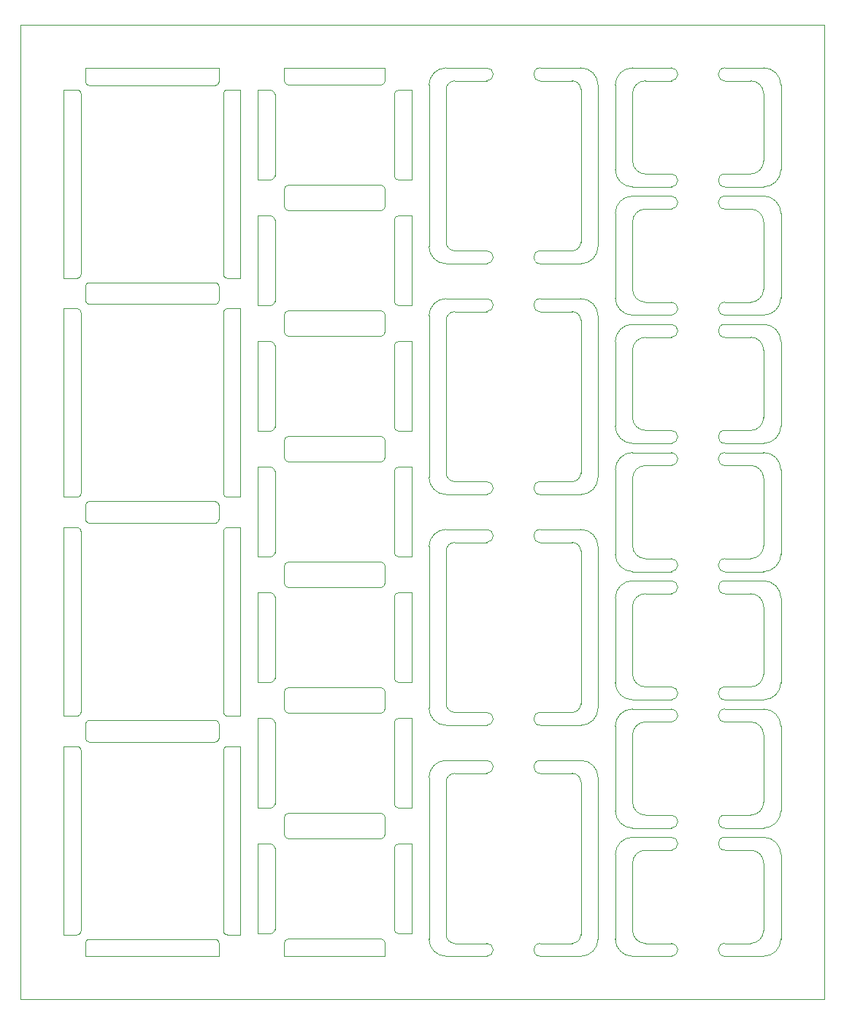
<source format=gbr>
%TF.GenerationSoftware,KiCad,Pcbnew,8.0.4*%
%TF.CreationDate,2024-12-12T16:30:21+01:00*%
%TF.ProjectId,Combined_Module_Panel,436f6d62-696e-4656-945f-4d6f64756c65,rev?*%
%TF.SameCoordinates,Original*%
%TF.FileFunction,Profile,NP*%
%FSLAX46Y46*%
G04 Gerber Fmt 4.6, Leading zero omitted, Abs format (unit mm)*
G04 Created by KiCad (PCBNEW 8.0.4) date 2024-12-12 16:30:21*
%MOMM*%
%LPD*%
G01*
G04 APERTURE LIST*
%TA.AperFunction,Profile*%
%ADD10C,0.050000*%
%TD*%
G04 APERTURE END LIST*
D10*
X93997286Y-94330765D02*
X93947673Y-94340961D01*
X92557000Y-119188000D02*
X91057000Y-119188000D01*
X110083000Y-97344000D02*
X110049675Y-97344641D01*
X127852500Y-101372300D02*
X117168500Y-101372300D01*
X109597930Y-72323318D02*
X109585235Y-72372350D01*
X93710603Y-69109516D02*
X93677612Y-69147947D01*
X109585235Y-68046649D02*
X109597930Y-68095681D01*
X179254162Y-152075000D02*
X86057000Y-152075000D01*
X93624097Y-71185197D02*
X93648677Y-71229482D01*
X115585500Y-129403500D02*
G75*
G02*
X115085500Y-129903500I-500000J0D01*
G01*
X93830349Y-71402173D02*
X93875822Y-71424478D01*
X109575000Y-93317000D02*
X109577565Y-93367584D01*
X93578765Y-145491286D02*
X93573641Y-145541675D01*
X93042069Y-97694318D02*
X93024478Y-97646822D01*
X109901347Y-122746123D02*
X109854802Y-122766097D01*
X128352500Y-132958600D02*
G75*
G02*
X127852500Y-133458600I-500000J0D01*
G01*
X109585235Y-47001350D02*
X109577565Y-47051415D01*
X157054162Y-91680499D02*
G75*
G02*
X158554162Y-90180462I1500038J-1D01*
G01*
X92785197Y-72024097D02*
X92738652Y-72004123D01*
X131435500Y-144465600D02*
X131435500Y-134051600D01*
X129435500Y-47179000D02*
G75*
G02*
X129935500Y-46679000I500000J0D01*
G01*
X108962387Y-94518947D02*
X108929396Y-94480516D01*
X92909483Y-68308396D02*
X92944379Y-68271686D01*
X93054764Y-97743350D02*
X93042069Y-97694318D01*
X92944379Y-72147313D02*
X92909483Y-72110603D01*
X174254162Y-100480499D02*
G75*
G02*
X172254162Y-102480462I-1999962J-1D01*
G01*
X155054162Y-60950833D02*
G75*
G02*
X157054162Y-58950762I2000038J33D01*
G01*
X92829482Y-144483322D02*
X92871052Y-144454387D01*
X115585500Y-71155100D02*
G75*
G02*
X115085500Y-71655100I-500000J0D01*
G01*
X109768947Y-97448612D02*
X109730516Y-97481603D01*
X108831482Y-71389322D02*
X108852634Y-71375381D01*
X109999286Y-144553234D02*
X110049675Y-144558358D01*
X109051038Y-145441673D02*
X109035876Y-145393347D01*
X92557000Y-68446000D02*
X91057000Y-68446000D01*
X93573641Y-94799675D02*
X93573000Y-94833000D01*
X146350081Y-72339301D02*
G75*
G02*
X146350081Y-70839299I19J750001D01*
G01*
X92690326Y-93801038D02*
X92738652Y-93785876D01*
X93573000Y-70957000D02*
X93573000Y-69462000D01*
X108642713Y-122201234D02*
X108692326Y-122191038D01*
X92944379Y-119013686D02*
X92975381Y-118973634D01*
X161554162Y-103545332D02*
X157054162Y-103545332D01*
X157054162Y-69750833D02*
X157054162Y-61950833D01*
X109066358Y-120170675D02*
X109061234Y-120120286D01*
X109061234Y-94749286D02*
X109051038Y-94699673D01*
X113585500Y-104927400D02*
X113585500Y-115341400D01*
X92909483Y-122852603D02*
X92871052Y-122819612D01*
X93787365Y-69043618D02*
X93747313Y-69074620D01*
X161554162Y-132210165D02*
X157054162Y-132210165D01*
X129935500Y-90365300D02*
X131435500Y-90365300D01*
X140150081Y-145575000D02*
X136446000Y-145575000D01*
X135446000Y-126862381D02*
G75*
G02*
X136446000Y-125862300I1000100J-19D01*
G01*
X172254162Y-118410165D02*
X167754162Y-118410165D01*
X108852634Y-69043618D02*
X108809650Y-69016826D01*
X116668500Y-58186000D02*
G75*
G02*
X117168500Y-57686000I500000J0D01*
G01*
X92975381Y-68231634D02*
X93002173Y-68188650D01*
X131435500Y-100779300D02*
X131435500Y-90365300D01*
X110083000Y-46602000D02*
X110049675Y-46602641D01*
X93875822Y-122166478D02*
X93923318Y-122184069D01*
X108764177Y-119736521D02*
X108716681Y-119718930D01*
X108740652Y-122175876D02*
X108787197Y-122155902D01*
X127852500Y-86810200D02*
X117168500Y-86810200D01*
X108831482Y-46018322D02*
X108852634Y-46004381D01*
X170754162Y-71250833D02*
X167754162Y-71250833D01*
X170754162Y-90180499D02*
X167754162Y-90180499D01*
X110049675Y-46602641D02*
X109999286Y-46607765D01*
X109615521Y-68143177D02*
X109637826Y-68188650D01*
X115585500Y-100279300D02*
G75*
G02*
X115085500Y-100779300I-500000J0D01*
G01*
X116668500Y-72748100D02*
G75*
G02*
X117168500Y-72248100I500000J0D01*
G01*
X92690326Y-71988961D02*
X92640713Y-71978765D01*
X86057000Y-39086000D02*
X86057000Y-152075000D01*
X92975381Y-46816365D02*
X92944379Y-46776313D01*
X93747313Y-69074620D02*
X93710603Y-69109516D01*
X109949673Y-46617961D02*
X109901347Y-46633123D01*
X93062434Y-67996584D02*
X93065000Y-67946000D01*
X129935500Y-71655100D02*
G75*
G02*
X129435500Y-71155100I0J500000D01*
G01*
X92944379Y-97518313D02*
X92909483Y-97481603D01*
X128352500Y-145558600D02*
X128352500Y-147075000D01*
X157054162Y-72750833D02*
G75*
G02*
X155054167Y-70750833I38J2000033D01*
G01*
X109637826Y-144301650D02*
X109664618Y-144344634D01*
X109730516Y-97481603D02*
X109695620Y-97518313D01*
X146350081Y-125862382D02*
G75*
G02*
X146350081Y-124362418I19J749982D01*
G01*
X92738652Y-93785876D02*
X92785197Y-93765902D01*
X172254162Y-47086000D02*
X172254162Y-54886000D01*
X146350081Y-147075000D02*
G75*
G02*
X146350081Y-145575000I19J750000D01*
G01*
X109854802Y-144507902D02*
X109901347Y-144527876D01*
X109061234Y-96411713D02*
X109066358Y-96361324D01*
X127852500Y-130496500D02*
G75*
G02*
X128352500Y-130996500I0J-500000D01*
G01*
X116668500Y-101872300D02*
X116668500Y-103834400D01*
X157054162Y-106545332D02*
G75*
G02*
X158554162Y-105045262I1500038J32D01*
G01*
X109637826Y-68188650D02*
X109664618Y-68231634D01*
X172254162Y-91680499D02*
X172254162Y-99480499D01*
X115085500Y-90365300D02*
G75*
G02*
X115585500Y-90865300I0J-500000D01*
G01*
X92785197Y-68394902D02*
X92829482Y-68370322D01*
X93677612Y-119889947D02*
X93648677Y-119931517D01*
X93923318Y-71442069D02*
X93972350Y-71454764D01*
X136446000Y-92051919D02*
G75*
G02*
X135445981Y-91051919I0J1000019D01*
G01*
X161554162Y-102480499D02*
X157054162Y-102480499D01*
X158554162Y-145574998D02*
G75*
G02*
X157054202Y-144074998I38J1499998D01*
G01*
X108809650Y-69016826D02*
X108764177Y-68994521D01*
X109901347Y-119156876D02*
X109949673Y-119172038D01*
X117168500Y-133458600D02*
G75*
G02*
X116668500Y-132958600I0J500000D01*
G01*
X108892686Y-94445620D02*
X108852634Y-94414618D01*
X93624097Y-119975802D02*
X93604123Y-120022347D01*
X128352500Y-147075000D02*
X116668500Y-147075000D01*
X93588961Y-69328673D02*
X93578765Y-69378286D01*
X128352500Y-58186000D02*
X128352500Y-60148100D01*
X172254162Y-88680499D02*
G75*
G02*
X174254201Y-90680499I38J-2000001D01*
G01*
X110083000Y-122715000D02*
X110049675Y-122715641D01*
X109066358Y-45619324D02*
X109067000Y-45586000D01*
X93677612Y-145260947D02*
X93648677Y-145302517D01*
X140150081Y-97592601D02*
G75*
G02*
X140150081Y-99092599I19J-749999D01*
G01*
X116668500Y-101872300D02*
G75*
G02*
X117168500Y-101372300I500000J0D01*
G01*
X109575000Y-67946000D02*
X109577565Y-67996584D01*
X109577565Y-72422415D02*
X109575000Y-72473000D01*
X93002173Y-144301650D02*
X93024478Y-144256177D01*
X92640713Y-93811234D02*
X92690326Y-93801038D01*
X140150081Y-65298619D02*
G75*
G02*
X140150081Y-66798581I19J-749981D01*
G01*
X109999286Y-122720765D02*
X109949673Y-122730961D01*
X93830349Y-122144173D02*
X93875822Y-122166478D01*
X115085500Y-134051600D02*
G75*
G02*
X115585500Y-134551600I0J-500000D01*
G01*
X110083000Y-46602000D02*
X111583000Y-46602000D01*
X110049675Y-119187358D02*
X110083000Y-119188000D01*
X109015902Y-119975802D02*
X108991322Y-119931517D01*
X109664618Y-72187365D02*
X109637826Y-72230349D01*
X170754162Y-105045332D02*
X167754162Y-105045332D01*
X93573000Y-121699000D02*
X93573000Y-120204000D01*
X93787365Y-119785618D02*
X93747313Y-119816620D01*
X92829482Y-72048677D02*
X92785197Y-72024097D01*
X93852802Y-119747097D02*
X93808517Y-119771677D01*
X109035876Y-96509652D02*
X109051038Y-96461326D01*
X161554162Y-88680499D02*
G75*
G02*
X161554162Y-90180501I38J-750001D01*
G01*
X157054162Y-99480499D02*
X157054162Y-91680499D01*
X172254162Y-99480499D02*
G75*
G02*
X170754162Y-100980462I-1499962J-1D01*
G01*
X109810517Y-119112322D02*
X109854802Y-119136902D01*
X161554162Y-58950833D02*
G75*
G02*
X161554162Y-60450767I38J-749967D01*
G01*
X174254162Y-115345332D02*
X174254162Y-105545332D01*
X93747313Y-122086379D02*
X93787365Y-122117381D01*
X109597930Y-144208681D02*
X109615521Y-144256177D01*
X115585500Y-114841400D02*
X115585500Y-105427400D01*
X109768947Y-46706612D02*
X109730516Y-46739603D01*
X93747313Y-45973379D02*
X93787365Y-46004381D01*
X92785197Y-119136902D02*
X92829482Y-119112322D01*
X109664618Y-46816365D02*
X109637826Y-46859349D01*
X93787365Y-96746381D02*
X93830349Y-96773173D01*
X93947673Y-119711961D02*
X93899347Y-119727123D01*
X146350081Y-66798619D02*
X151054162Y-66798619D01*
X93002173Y-68188650D02*
X93024478Y-68143177D01*
X129935500Y-144465600D02*
G75*
G02*
X129435500Y-143965600I0J500000D01*
G01*
X109810517Y-46677677D02*
X109768947Y-46706612D01*
X109015902Y-71185197D02*
X109035876Y-71138652D01*
X161554162Y-71250833D02*
G75*
G02*
X161554162Y-72750767I38J-749967D01*
G01*
X92871052Y-144454387D02*
X92909483Y-144421396D01*
X117168500Y-133458600D02*
X127852500Y-133458600D01*
X135446000Y-120305219D02*
G75*
G02*
X133445981Y-118305219I0J2000019D01*
G01*
X117168500Y-60648100D02*
G75*
G02*
X116668500Y-60148100I0J500000D01*
G01*
X109051038Y-71090326D02*
X109061234Y-71040713D01*
X93573641Y-96361324D02*
X93578765Y-96411713D01*
X93648677Y-96600482D02*
X93677612Y-96642052D01*
X109575000Y-47102000D02*
X109575000Y-67946000D01*
X161554162Y-145574998D02*
X158554162Y-145574998D01*
X109730516Y-46739603D02*
X109695620Y-46776313D01*
X129935500Y-100779300D02*
G75*
G02*
X129435500Y-100279300I0J500000D01*
G01*
X146350081Y-72339301D02*
X150054162Y-72339301D01*
X161554162Y-72750833D02*
X157054162Y-72750833D01*
X93062434Y-93367584D02*
X93065000Y-93317000D01*
X108991322Y-69189517D02*
X108962387Y-69147947D01*
X108962387Y-122013052D02*
X108991322Y-121971482D01*
X109768947Y-93712387D02*
X109810517Y-93741322D01*
X93787365Y-71375381D02*
X93830349Y-71402173D01*
X155054162Y-145074998D02*
X155054162Y-135274998D01*
X179254162Y-39086000D02*
X86057000Y-39086000D01*
X129935500Y-86217200D02*
G75*
G02*
X129435500Y-85717200I0J500000D01*
G01*
X157054162Y-54886000D02*
X157054162Y-47086000D01*
X155054162Y-46086000D02*
G75*
G02*
X157054162Y-44085962I2000038J0D01*
G01*
X115085500Y-134051600D02*
X113585500Y-134051600D01*
X128352500Y-60148100D02*
G75*
G02*
X127852500Y-60648100I-500000J0D01*
G01*
X109066358Y-69428675D02*
X109061234Y-69378286D01*
X113585500Y-90365300D02*
X113585500Y-100779300D01*
X170754162Y-75315666D02*
G75*
G02*
X172254234Y-76815666I38J-1500034D01*
G01*
X92909483Y-72110603D02*
X92871052Y-72077612D01*
X129935500Y-119489500D02*
X131435500Y-119489500D01*
X129935500Y-46679000D02*
X131435500Y-46679000D01*
X157054162Y-136274998D02*
G75*
G02*
X158554162Y-134774962I1500038J-2D01*
G01*
X179254162Y-152075000D02*
X179254162Y-39086000D01*
X93573641Y-120170675D02*
X93573000Y-120204000D01*
X93002173Y-122972349D02*
X92975381Y-122929365D01*
X153054162Y-145075000D02*
X153054162Y-126362381D01*
X92557000Y-144559000D02*
X92590324Y-144558358D01*
X93947673Y-94340961D02*
X93899347Y-94356123D01*
X93747313Y-71344379D02*
X93787365Y-71375381D01*
X133446000Y-99592600D02*
G75*
G02*
X135446000Y-97592600I2000000J0D01*
G01*
X157054162Y-84615666D02*
X157054162Y-76815666D01*
X129935500Y-57093000D02*
X131435500Y-57093000D01*
X92871052Y-68341387D02*
X92909483Y-68308396D01*
X109575000Y-118688000D02*
X109577565Y-118738584D01*
X93062434Y-144109584D02*
X93065000Y-144059000D01*
X93588961Y-121832326D02*
X93604123Y-121880652D01*
X129935500Y-129903500D02*
X131435500Y-129903500D01*
X109061234Y-120120286D02*
X109051038Y-120070673D01*
X93042069Y-72323318D02*
X93024478Y-72275822D01*
X108667649Y-68964235D02*
X108617584Y-68956565D01*
X129435500Y-105427400D02*
X129435500Y-114841400D01*
X92871052Y-97448612D02*
X92829482Y-97419677D01*
X108962387Y-71271052D02*
X108991322Y-71229482D01*
X161554162Y-87615666D02*
X157054162Y-87615666D01*
X129435500Y-134551600D02*
G75*
G02*
X129935500Y-134051600I500000J0D01*
G01*
X161554162Y-147074998D02*
X157054162Y-147074998D01*
X93972350Y-96825764D02*
X94022415Y-96833434D01*
X146350081Y-120305219D02*
X151054162Y-120305219D01*
X109061234Y-71040713D02*
X109066358Y-70990324D01*
X92829482Y-93741322D02*
X92871052Y-93712387D01*
X109067000Y-145575000D02*
X109066358Y-145541675D01*
X93062434Y-123164415D02*
X93054764Y-123114350D01*
X167754162Y-102480499D02*
G75*
G02*
X167754162Y-100980501I38J749999D01*
G01*
X127852500Y-145058600D02*
X117168500Y-145058600D01*
X92785197Y-122766097D02*
X92738652Y-122746123D01*
X92590324Y-144558358D02*
X92640713Y-144553234D01*
X115085500Y-119489500D02*
X113585500Y-119489500D01*
X93899347Y-119727123D02*
X93852802Y-119747097D01*
X109730516Y-68308396D02*
X109768947Y-68341387D01*
X155054162Y-75815666D02*
G75*
G02*
X157054162Y-73815662I2000038J-34D01*
G01*
X115085500Y-100779300D02*
X113585500Y-100779300D01*
X167754162Y-117345332D02*
G75*
G02*
X167754162Y-115845268I38J750032D01*
G01*
X109051038Y-120070673D02*
X109035876Y-120022347D01*
X93710603Y-94480516D02*
X93677612Y-94518947D01*
X167754162Y-134774998D02*
G75*
G02*
X167754162Y-133275002I38J749998D01*
G01*
X92640713Y-68440234D02*
X92690326Y-68430038D01*
X150054162Y-145575000D02*
X146350081Y-145575000D01*
X108962387Y-119889947D02*
X108929396Y-119851516D01*
X161554162Y-86115666D02*
G75*
G02*
X161554162Y-87615734I38J-750034D01*
G01*
X93624097Y-94604802D02*
X93604123Y-94651347D01*
X109854802Y-46653097D02*
X109810517Y-46677677D01*
X93062434Y-72422415D02*
X93054764Y-72372350D01*
X109051038Y-121832326D02*
X109061234Y-121782713D01*
X92640713Y-97349765D02*
X92590324Y-97344641D01*
X93747313Y-145187620D02*
X93710603Y-145222516D01*
X172254162Y-136274998D02*
X172254162Y-144074998D01*
X92738652Y-46633123D02*
X92690326Y-46617961D01*
X161554162Y-145574998D02*
G75*
G02*
X161554162Y-147075002I38J-750002D01*
G01*
X93054764Y-72372350D02*
X93042069Y-72323318D01*
X108929396Y-94480516D02*
X108892686Y-94445620D01*
X135446000Y-147075000D02*
G75*
G02*
X133446000Y-145075000I0J2000000D01*
G01*
X93042069Y-46952318D02*
X93024478Y-46904822D01*
X172254162Y-73815666D02*
G75*
G02*
X174254234Y-75815666I38J-2000034D01*
G01*
X172254162Y-69750833D02*
G75*
G02*
X170754162Y-71250762I-1499962J33D01*
G01*
X109067000Y-145575000D02*
X109067000Y-147075000D01*
X109768947Y-122819612D02*
X109730516Y-122852603D01*
X92557000Y-71973000D02*
X91057000Y-71973000D01*
X109810517Y-144483322D02*
X109854802Y-144507902D01*
X93588961Y-71090326D02*
X93604123Y-71138652D01*
X93054764Y-68046649D02*
X93062434Y-67996584D01*
X93604123Y-69280347D02*
X93588961Y-69328673D01*
X115085500Y-90365300D02*
X113585500Y-90365300D01*
X93588961Y-94699673D02*
X93578765Y-94749286D01*
X93002173Y-118930650D02*
X93024478Y-118885177D01*
X92690326Y-144543038D02*
X92738652Y-144527876D01*
X129935500Y-129903500D02*
G75*
G02*
X129435500Y-129403500I0J500000D01*
G01*
X108892686Y-45973379D02*
X108929396Y-45938483D01*
X109730516Y-144421396D02*
X109768947Y-144454387D01*
X129935500Y-144465600D02*
X131435500Y-144465600D01*
X108592324Y-122206358D02*
X108642713Y-122201234D01*
X110049675Y-97344641D02*
X109999286Y-97349765D01*
X115085500Y-61241100D02*
G75*
G02*
X115585500Y-61741100I0J-500000D01*
G01*
X117168500Y-104334400D02*
X127852500Y-104334400D01*
X146350081Y-120305219D02*
G75*
G02*
X146350081Y-118805181I19J750019D01*
G01*
X92829482Y-68370322D02*
X92871052Y-68341387D01*
X109730516Y-93679396D02*
X109768947Y-93712387D01*
X108567000Y-68954000D02*
X94047675Y-68954641D01*
X155054162Y-115345332D02*
X155054162Y-105545332D01*
X93578765Y-121782713D02*
X93588961Y-121832326D01*
X109015902Y-45814197D02*
X109035876Y-45767652D01*
X111583000Y-68446000D02*
X111583000Y-46602000D01*
X109015902Y-94604802D02*
X108991322Y-94560517D01*
X92557000Y-119188000D02*
X92590324Y-119187358D01*
X111583000Y-119188000D02*
X111583000Y-97344000D01*
X92909483Y-46739603D02*
X92871052Y-46706612D01*
X93947673Y-68969961D02*
X93899347Y-68985123D01*
X109577565Y-67996584D02*
X109585235Y-68046649D01*
X93024478Y-93514177D02*
X93042069Y-93466681D01*
X146350081Y-99092601D02*
X150054162Y-99092601D01*
X91057000Y-119188000D02*
X91057000Y-97344000D01*
X109597930Y-93466681D02*
X109615521Y-93514177D01*
X108787197Y-96784902D02*
X108831482Y-96760322D01*
X167754162Y-132210165D02*
G75*
G02*
X167754162Y-130710235I38J749965D01*
G01*
X155054162Y-135274998D02*
G75*
G02*
X157054162Y-133274962I2000038J-2D01*
G01*
X93624097Y-145346802D02*
X93604123Y-145393347D01*
X109067000Y-120204000D02*
X109066358Y-120170675D01*
X151054162Y-44086000D02*
X146350081Y-44086000D01*
X109015902Y-121927197D02*
X109035876Y-121880652D01*
X128352500Y-116434400D02*
X128352500Y-118396500D01*
X127852500Y-101372300D02*
G75*
G02*
X128352500Y-101872300I0J-500000D01*
G01*
X167754162Y-90180499D02*
G75*
G02*
X167754162Y-88680501I38J749999D01*
G01*
X158554162Y-60450833D02*
X161554162Y-60450833D01*
X93573000Y-45586000D02*
X93573641Y-45619324D01*
X93578765Y-71040713D02*
X93588961Y-71090326D01*
X157054162Y-121410165D02*
G75*
G02*
X158554162Y-119910162I1500038J-35D01*
G01*
X92975381Y-122929365D02*
X92944379Y-122889313D01*
X108642713Y-71459234D02*
X108692326Y-71449038D01*
X129935500Y-86217200D02*
X131435500Y-86217200D01*
X133446000Y-46086000D02*
G75*
G02*
X135446000Y-44086000I2000000J0D01*
G01*
X109066358Y-96361324D02*
X109067000Y-96328000D01*
X93875822Y-96795478D02*
X93923318Y-96813069D01*
X109854802Y-122766097D02*
X109810517Y-122790677D01*
X108852634Y-145156618D02*
X108809650Y-145129826D01*
X108892686Y-71344379D02*
X108929396Y-71309483D01*
X109067000Y-44086000D02*
X93573000Y-44086000D01*
X161554162Y-44086000D02*
X157054162Y-44086000D01*
X153054162Y-91551919D02*
G75*
G02*
X151054162Y-93551862I-1999962J19D01*
G01*
X157054162Y-114345332D02*
X157054162Y-106545332D01*
X111585047Y-144559000D02*
X111585047Y-122715000D01*
X109575000Y-97844000D02*
X109575000Y-118688000D01*
X109585235Y-93417649D02*
X109597930Y-93466681D01*
X109637826Y-93559650D02*
X109664618Y-93602634D01*
X108809650Y-119758826D02*
X108764177Y-119736521D01*
X93588961Y-145441673D02*
X93578765Y-145491286D01*
X170754162Y-45586000D02*
G75*
G02*
X172254200Y-47086000I38J-1500000D01*
G01*
X115085500Y-119489500D02*
G75*
G02*
X115585500Y-119989500I0J-500000D01*
G01*
X94073000Y-96836000D02*
X108592324Y-96835358D01*
X93808517Y-69029677D02*
X93787365Y-69043618D01*
X92640713Y-46607765D02*
X92590324Y-46602641D01*
X109810517Y-72048677D02*
X109768947Y-72077612D01*
X108991322Y-45858482D02*
X109015902Y-45814197D01*
X158554162Y-71250833D02*
G75*
G02*
X157054167Y-69750833I38J1500033D01*
G01*
X140150081Y-72339301D02*
X136446000Y-72339301D01*
X93062434Y-47051415D02*
X93054764Y-47001350D01*
X155054162Y-85615666D02*
X155054162Y-75815666D01*
X135446000Y-73339300D02*
G75*
G02*
X136446000Y-72339300I1000100J-100D01*
G01*
X129935500Y-75803200D02*
X131435500Y-75803200D01*
X108692326Y-71449038D02*
X108740652Y-71433876D01*
X129435500Y-134551600D02*
X129435500Y-143965600D01*
X94073000Y-71465000D02*
X108592324Y-71464358D01*
X108642713Y-96830234D02*
X108692326Y-96820038D01*
X117168500Y-89772300D02*
G75*
G02*
X116668500Y-89272300I0J500000D01*
G01*
X93677612Y-94518947D02*
X93648677Y-94560517D01*
X117168500Y-60648100D02*
X127852500Y-60648100D01*
X109854802Y-97395097D02*
X109810517Y-97419677D01*
X135446000Y-144575000D02*
X135446000Y-126862381D01*
X151054162Y-126862381D02*
X151054162Y-144575000D01*
X146350081Y-93551919D02*
X151054162Y-93551919D01*
X172254162Y-132210165D02*
X167754162Y-132210165D01*
X92557000Y-93817000D02*
X91057000Y-93817000D01*
X109066358Y-121732324D02*
X109067000Y-121699000D01*
X93054764Y-118788649D02*
X93062434Y-118738584D01*
X109597930Y-68095681D02*
X109615521Y-68143177D01*
X146350081Y-147075000D02*
X151054162Y-147075000D01*
X92590324Y-97344641D02*
X92557000Y-97344000D01*
X127852500Y-72248100D02*
G75*
G02*
X128352500Y-72748100I0J-500000D01*
G01*
X109695620Y-68271686D02*
X109730516Y-68308396D01*
X151054162Y-117805219D02*
G75*
G02*
X150054162Y-118805162I-999962J19D01*
G01*
X135446000Y-64298619D02*
X135446000Y-46586000D01*
X109615521Y-46904822D02*
X109597930Y-46952318D01*
X108716681Y-145089930D02*
X108667649Y-145077235D01*
X140150081Y-45586001D02*
X136446000Y-45586001D01*
X92785197Y-46653097D02*
X92738652Y-46633123D01*
X109949673Y-68430038D02*
X109999286Y-68440234D01*
X150054162Y-125862381D02*
G75*
G02*
X151054219Y-126862381I38J-1000019D01*
G01*
X174254162Y-130210165D02*
X174254162Y-120410165D01*
X93573641Y-121732324D02*
X93578765Y-121782713D01*
X93573000Y-45586000D02*
X93573000Y-44091000D01*
X92690326Y-68430038D02*
X92738652Y-68414876D01*
X109585235Y-97743350D02*
X109577565Y-97793415D01*
X161554162Y-58950833D02*
X157054162Y-58950833D01*
X174254162Y-145074998D02*
X174254162Y-135274998D01*
X116668500Y-130996500D02*
G75*
G02*
X117168500Y-130496500I500000J0D01*
G01*
X93899347Y-94356123D02*
X93852802Y-94376097D01*
X93972350Y-122196764D02*
X94022415Y-122204434D01*
X161554162Y-103545332D02*
G75*
G02*
X161554162Y-105045268I38J-749968D01*
G01*
X110085047Y-144559000D02*
X111585047Y-144559000D01*
X92640713Y-119182234D02*
X92690326Y-119172038D01*
X93042069Y-93466681D02*
X93054764Y-93417649D01*
X93710603Y-45938483D02*
X93747313Y-45973379D01*
X158554162Y-56386000D02*
G75*
G02*
X157054200Y-54886000I38J1500000D01*
G01*
X157054162Y-87615666D02*
G75*
G02*
X155054234Y-85615666I38J1999966D01*
G01*
X158554162Y-86115666D02*
G75*
G02*
X157054234Y-84615666I38J1499966D01*
G01*
X92590324Y-93816358D02*
X92640713Y-93811234D01*
X129435500Y-119989500D02*
G75*
G02*
X129935500Y-119489500I500000J0D01*
G01*
X151054162Y-46586000D02*
X151054162Y-64298619D01*
X93024478Y-68143177D02*
X93042069Y-68095681D01*
X151054162Y-97592600D02*
G75*
G02*
X153054200Y-99592600I38J-2000000D01*
G01*
X128352500Y-74710200D02*
G75*
G02*
X127852500Y-75210200I-500000J0D01*
G01*
X93588961Y-45719326D02*
X93604123Y-45767652D01*
X92557000Y-68446000D02*
X92590324Y-68445358D01*
X113585500Y-46679000D02*
X113585500Y-57093000D01*
X110083000Y-68446000D02*
X111583000Y-68446000D01*
X115085500Y-71655100D02*
X113585500Y-71655100D01*
X172254162Y-103545332D02*
X167754162Y-103545332D01*
X109637826Y-118930650D02*
X109664618Y-118973634D01*
X115585500Y-129403500D02*
X115585500Y-119989500D01*
X91057000Y-122715000D02*
X91057000Y-144559000D01*
X129935500Y-100779300D02*
X131435500Y-100779300D01*
X109051038Y-45719326D02*
X109061234Y-45669713D01*
X115585500Y-143965600D02*
G75*
G02*
X115085500Y-144465600I-500000J0D01*
G01*
X92944379Y-144384686D02*
X92975381Y-144344634D01*
X108809650Y-145129826D02*
X108764177Y-145107521D01*
X115085500Y-46679000D02*
X113585500Y-46679000D01*
X110083000Y-93817000D02*
X111583000Y-93817000D01*
X92975381Y-118973634D02*
X93002173Y-118930650D01*
X136446000Y-118805219D02*
G75*
G02*
X135445981Y-117805219I0J1000019D01*
G01*
X170754162Y-119910165D02*
X167754162Y-119910165D01*
X128352500Y-101872300D02*
X128352500Y-103834400D01*
X93578765Y-45669713D02*
X93588961Y-45719326D01*
X133446000Y-72839300D02*
G75*
G02*
X135446000Y-70839300I2000000J0D01*
G01*
X146350081Y-45586001D02*
G75*
G02*
X146350081Y-44085999I19J750001D01*
G01*
X109035876Y-45767652D02*
X109051038Y-45719326D01*
X109585235Y-123114350D02*
X109577565Y-123164415D01*
X161554162Y-57886000D02*
X157054162Y-57886000D01*
X146350081Y-125862382D02*
X150054162Y-125862382D01*
X109015902Y-69233802D02*
X108991322Y-69189517D01*
X167754162Y-75315666D02*
G75*
G02*
X167754162Y-73815734I38J749966D01*
G01*
X109637826Y-97601349D02*
X109615521Y-97646822D01*
X93899347Y-68985123D02*
X93852802Y-69005097D01*
X161554162Y-118410165D02*
X157054162Y-118410165D01*
X93787365Y-122117381D02*
X93830349Y-122144173D01*
X109999286Y-68440234D02*
X110049675Y-68445358D01*
X93677612Y-71271052D02*
X93710603Y-71309483D01*
X93624097Y-96556197D02*
X93648677Y-96600482D01*
X92829482Y-46677677D02*
X92785197Y-46653097D01*
X93002173Y-97601349D02*
X92975381Y-97558365D01*
X109067000Y-147075000D02*
X93573000Y-147075000D01*
X172254162Y-102480499D02*
X167754162Y-102480499D01*
X93852802Y-145118097D02*
X93808517Y-145142677D01*
X93830349Y-46031173D02*
X93875822Y-46053478D01*
X109035876Y-69280347D02*
X109015902Y-69233802D01*
X135446000Y-100092600D02*
G75*
G02*
X136446000Y-99092600I1000100J-100D01*
G01*
X140150081Y-145575000D02*
G75*
G02*
X140150081Y-147075000I19J-750000D01*
G01*
X93648677Y-45858482D02*
X93677612Y-45900052D01*
X172254162Y-88680499D02*
X167754162Y-88680499D01*
X115585500Y-100279300D02*
X115585500Y-90865300D01*
X133446000Y-99592600D02*
X133446000Y-118305219D01*
X109949673Y-122730961D02*
X109901347Y-122746123D01*
X133446000Y-46086000D02*
X133446000Y-64798619D01*
X140150081Y-124362382D02*
X135446000Y-124362382D01*
X93604123Y-145393347D02*
X93588961Y-145441673D01*
X113585500Y-119489500D02*
X113585500Y-129903500D01*
X109901347Y-46633123D02*
X109854802Y-46653097D01*
X108852634Y-122117381D02*
X108892686Y-122086379D01*
X115085500Y-86217200D02*
X113585500Y-86217200D01*
X92785197Y-144507902D02*
X92829482Y-144483322D01*
X92590324Y-119187358D02*
X92640713Y-119182234D01*
X108852634Y-119785618D02*
X108809650Y-119758826D01*
X93787365Y-145156618D02*
X93747313Y-145187620D01*
X135446000Y-66798619D02*
G75*
G02*
X133445981Y-64798619I0J2000019D01*
G01*
X92557000Y-46602000D02*
X91057000Y-46602000D01*
X170754162Y-45586000D02*
X167754162Y-45586000D01*
X115585500Y-85717200D02*
G75*
G02*
X115085500Y-86217200I-500000J0D01*
G01*
X153054162Y-118305219D02*
X153054162Y-99592600D01*
X109577565Y-118738584D02*
X109585235Y-118788649D01*
X93747313Y-94445620D02*
X93710603Y-94480516D01*
X108929396Y-96680483D02*
X108962387Y-96642052D01*
X129935500Y-115341400D02*
X131435500Y-115341400D01*
X135446000Y-46586000D02*
G75*
G02*
X136446000Y-45586000I1000100J-100D01*
G01*
X109067000Y-69462000D02*
X109066358Y-69428675D01*
X93065000Y-47102000D02*
X93062434Y-47051415D01*
X109035876Y-120022347D02*
X109015902Y-119975802D01*
X92590324Y-122715641D02*
X92557000Y-122715000D01*
X150054162Y-72339300D02*
G75*
G02*
X151054200Y-73339300I38J-1000000D01*
G01*
X92738652Y-97375123D02*
X92690326Y-97359961D01*
X140150081Y-44086001D02*
X135446000Y-44086001D01*
X109066358Y-94799675D02*
X109061234Y-94749286D01*
X108929396Y-122051483D02*
X108962387Y-122013052D01*
X115585500Y-56593000D02*
X115585500Y-47179000D01*
X92829482Y-122790677D02*
X92785197Y-122766097D01*
X158554162Y-90180499D02*
X161554162Y-90180499D01*
X128352500Y-87310200D02*
X128352500Y-89272300D01*
X170754162Y-134774998D02*
G75*
G02*
X172254202Y-136274998I38J-1500002D01*
G01*
X94022415Y-46091434D02*
X94073000Y-46094000D01*
X93923318Y-96813069D02*
X93972350Y-96825764D01*
X93710603Y-71309483D02*
X93747313Y-71344379D01*
X150054162Y-65298619D02*
X146350081Y-65298619D01*
X146350081Y-66798619D02*
G75*
G02*
X146350081Y-65298581I19J750019D01*
G01*
X170754162Y-90180499D02*
G75*
G02*
X172254201Y-91680499I38J-1500001D01*
G01*
X109051038Y-94699673D02*
X109035876Y-94651347D01*
X108991322Y-94560517D02*
X108962387Y-94518947D01*
X109949673Y-71988961D02*
X109901347Y-72004123D01*
X109664618Y-93602634D02*
X109695620Y-93642686D01*
X161554162Y-88680499D02*
X157054162Y-88680499D01*
X108991322Y-119931517D02*
X108962387Y-119889947D01*
X92871052Y-119083387D02*
X92909483Y-119050396D01*
X108991322Y-96600482D02*
X109015902Y-96556197D01*
X93573641Y-70990324D02*
X93578765Y-71040713D01*
X161554162Y-100980499D02*
G75*
G02*
X161554162Y-102480501I38J-750001D01*
G01*
X108617584Y-68956565D02*
X108567000Y-68954000D01*
X151054162Y-91051919D02*
G75*
G02*
X150054162Y-92051862I-999962J19D01*
G01*
X140150081Y-70839301D02*
G75*
G02*
X140150081Y-72339299I19J-749999D01*
G01*
X92909483Y-93679396D02*
X92944379Y-93642686D01*
X93054764Y-93417649D02*
X93062434Y-93367584D01*
X92640713Y-144553234D02*
X92690326Y-144543038D01*
X92871052Y-122819612D02*
X92829482Y-122790677D01*
X93573641Y-69428675D02*
X93573000Y-69462000D01*
X140150081Y-118805219D02*
X136446000Y-118805219D01*
X110085047Y-122715000D02*
X111585047Y-122715000D01*
X94022415Y-122204434D02*
X94073000Y-122207000D01*
X92557000Y-144559000D02*
X91057000Y-144559000D01*
X92590324Y-68445358D02*
X92640713Y-68440234D01*
X109854802Y-72024097D02*
X109810517Y-72048677D01*
X146350081Y-45586001D02*
X150054162Y-45586001D01*
X108716681Y-68976930D02*
X108667649Y-68964235D01*
X155054162Y-130210165D02*
X155054162Y-120410165D01*
X135446000Y-91051919D02*
X135446000Y-73339300D01*
X108962387Y-45900052D02*
X108991322Y-45858482D01*
X151054162Y-44086000D02*
G75*
G02*
X153054200Y-46086000I38J-2000000D01*
G01*
X153054162Y-64798619D02*
G75*
G02*
X151054162Y-66798562I-1999962J19D01*
G01*
X92975381Y-93602634D02*
X93002173Y-93559650D01*
X109810517Y-68370322D02*
X109854802Y-68394902D01*
X93747313Y-96715379D02*
X93787365Y-96746381D01*
X109768947Y-72077612D02*
X109730516Y-72110603D01*
X161554162Y-86115666D02*
X158554162Y-86115666D01*
X108787197Y-46042902D02*
X108831482Y-46018322D01*
X151054162Y-70839300D02*
X146350081Y-70839300D01*
X115085500Y-75803200D02*
G75*
G02*
X115585500Y-76303200I0J-500000D01*
G01*
X109901347Y-68414876D02*
X109949673Y-68430038D01*
X108787197Y-122155902D02*
X108831482Y-122131322D01*
X93604123Y-71138652D02*
X93624097Y-71185197D01*
X93604123Y-121880652D02*
X93624097Y-121927197D01*
X92944379Y-122889313D02*
X92909483Y-122852603D01*
X116668500Y-72748100D02*
X116668500Y-74710200D01*
X172254162Y-87615666D02*
X167754162Y-87615666D01*
X92909483Y-144421396D02*
X92944379Y-144384686D01*
X108831482Y-96760322D02*
X108852634Y-96746381D01*
X93024478Y-118885177D02*
X93042069Y-118837681D01*
X167754162Y-119910165D02*
G75*
G02*
X167754162Y-118410235I38J749965D01*
G01*
X109637826Y-72230349D02*
X109615521Y-72275822D01*
X108667649Y-145077235D02*
X108617584Y-145069565D01*
X108764177Y-145107521D02*
X108716681Y-145089930D01*
X108764177Y-94365521D02*
X108716681Y-94347930D01*
X109949673Y-93801038D02*
X109999286Y-93811234D01*
X108852634Y-96746381D02*
X108892686Y-96715379D01*
X109597930Y-118837681D02*
X109615521Y-118885177D01*
X109067000Y-70957000D02*
X109067000Y-69462000D01*
X117168500Y-89772300D02*
X127852500Y-89772300D01*
X157054162Y-147074998D02*
G75*
G02*
X155054202Y-145074998I38J1999998D01*
G01*
X93997286Y-68959765D02*
X93947673Y-68969961D01*
X128352500Y-45586000D02*
G75*
G02*
X127852500Y-46086000I-500000J0D01*
G01*
X92944379Y-68271686D02*
X92975381Y-68231634D01*
X172254162Y-133274998D02*
G75*
G02*
X174254202Y-135274998I38J-2000002D01*
G01*
X110083000Y-119188000D02*
X111583000Y-119188000D01*
X128352500Y-72748100D02*
X128352500Y-74710200D01*
X115085500Y-144465600D02*
X113585500Y-144465600D01*
X92944379Y-93642686D02*
X92975381Y-93602634D01*
X140150081Y-92051919D02*
G75*
G02*
X140150081Y-93551881I19J-749981D01*
G01*
X93002173Y-46859349D02*
X92975381Y-46816365D01*
X151054162Y-64298619D02*
G75*
G02*
X150054162Y-65298562I-999962J19D01*
G01*
X116668500Y-116434400D02*
X116668500Y-118396500D01*
X108592324Y-46093358D02*
X108642713Y-46088234D01*
X174254162Y-85615666D02*
G75*
G02*
X172254162Y-87615662I-1999962J-34D01*
G01*
X172254162Y-103545332D02*
G75*
G02*
X174254168Y-105545332I38J-1999968D01*
G01*
X157054162Y-129210165D02*
X157054162Y-121410165D01*
X172254162Y-72750833D02*
X167754162Y-72750833D01*
X140150081Y-120305219D02*
X135446000Y-120305219D01*
X92590324Y-46602641D02*
X92557000Y-46602000D01*
X161554162Y-133274998D02*
X157054162Y-133274998D01*
X93578765Y-96411713D02*
X93588961Y-96461326D01*
X109577565Y-47051415D02*
X109575000Y-47102000D01*
X93947673Y-145082961D02*
X93899347Y-145098123D01*
X93997286Y-119701765D02*
X93947673Y-119711961D01*
X161554162Y-133274998D02*
G75*
G02*
X161554162Y-134775002I38J-750002D01*
G01*
X92738652Y-144527876D02*
X92785197Y-144507902D01*
X128352500Y-89272300D02*
G75*
G02*
X127852500Y-89772300I-500000J0D01*
G01*
X94047675Y-119696641D02*
X93997286Y-119701765D01*
X127852500Y-115934400D02*
X117168500Y-115934400D01*
X146350081Y-93551919D02*
G75*
G02*
X146350081Y-92051881I19J750019D01*
G01*
X116668500Y-145558600D02*
G75*
G02*
X117168500Y-145058600I500000J0D01*
G01*
X170754162Y-119910165D02*
G75*
G02*
X172254235Y-121410165I38J-1500035D01*
G01*
X92557000Y-122715000D02*
X91057000Y-122715000D01*
X108692326Y-122191038D02*
X108740652Y-122175876D01*
X93972350Y-71454764D02*
X94022415Y-71462434D01*
X93024478Y-72275822D02*
X93002173Y-72230349D01*
X108787197Y-71413902D02*
X108831482Y-71389322D01*
X109067000Y-96328000D02*
X109067000Y-94833000D01*
X174254162Y-55886000D02*
X174254162Y-46086000D01*
X140150081Y-147075000D02*
X135446000Y-147075000D01*
X92829482Y-119112322D02*
X92871052Y-119083387D01*
X93065000Y-97844000D02*
X93062434Y-97793415D01*
X93573641Y-45619324D02*
X93578765Y-45669713D01*
X93065000Y-123215000D02*
X93062434Y-123164415D01*
X91057000Y-68446000D02*
X91057000Y-46602000D01*
X129435500Y-76303200D02*
G75*
G02*
X129935500Y-75803200I500000J0D01*
G01*
X158554162Y-130710165D02*
G75*
G02*
X157054235Y-129210165I38J1499965D01*
G01*
X174254162Y-115345332D02*
G75*
G02*
X172254162Y-117345262I-1999962J32D01*
G01*
X167754162Y-57886000D02*
G75*
G02*
X167754162Y-56386000I38J750000D01*
G01*
X115085500Y-104927400D02*
X113585500Y-104927400D01*
X108929396Y-71309483D02*
X108962387Y-71271052D01*
X92829482Y-97419677D02*
X92785197Y-97395097D01*
X93648677Y-145302517D02*
X93624097Y-145346802D01*
X92690326Y-122730961D02*
X92640713Y-122720765D01*
X92909483Y-97481603D02*
X92871052Y-97448612D01*
X161554162Y-115845332D02*
X158554162Y-115845332D01*
X127852500Y-115934400D02*
G75*
G02*
X128352500Y-116434400I0J-500000D01*
G01*
X93808517Y-119771677D02*
X93787365Y-119785618D01*
X172254162Y-147074998D02*
X167754162Y-147074998D01*
X94022415Y-71462434D02*
X94073000Y-71465000D01*
X129435500Y-90865300D02*
X129435500Y-100279300D01*
X129435500Y-61741100D02*
X129435500Y-71155100D01*
X93787365Y-94414618D02*
X93747313Y-94445620D01*
X157054162Y-47086000D02*
G75*
G02*
X158554162Y-45585962I1500038J0D01*
G01*
X94073000Y-122207000D02*
X108592324Y-122206358D01*
X109949673Y-97359961D02*
X109901347Y-97375123D01*
X161554162Y-117345332D02*
X157054162Y-117345332D01*
X93710603Y-96680483D02*
X93747313Y-96715379D01*
X109901347Y-144527876D02*
X109949673Y-144543038D01*
X109664618Y-97558365D02*
X109637826Y-97601349D01*
X92909483Y-119050396D02*
X92944379Y-119013686D01*
X110049675Y-71973641D02*
X109999286Y-71978765D01*
X93923318Y-46071069D02*
X93972350Y-46083764D01*
X93054764Y-144159649D02*
X93062434Y-144109584D01*
X151054162Y-124362381D02*
G75*
G02*
X153054219Y-126362381I38J-2000019D01*
G01*
X93042069Y-118837681D02*
X93054764Y-118788649D01*
X108929396Y-45938483D02*
X108962387Y-45900052D01*
X108962387Y-69147947D02*
X108929396Y-69109516D01*
X108740652Y-71433876D02*
X108787197Y-71413902D01*
X115085500Y-115341400D02*
X113585500Y-115341400D01*
X109585235Y-144159649D02*
X109597930Y-144208681D01*
X146350081Y-99092601D02*
G75*
G02*
X146350081Y-97592599I19J750001D01*
G01*
X172254162Y-117345332D02*
X167754162Y-117345332D01*
X131435500Y-129903500D02*
X131435500Y-119489500D01*
X93852802Y-94376097D02*
X93808517Y-94400677D01*
X161554162Y-71250833D02*
X158554162Y-71250833D01*
X110049675Y-144558358D02*
X110083000Y-144559000D01*
X172254162Y-144074998D02*
G75*
G02*
X170754162Y-145574962I-1499962J-2D01*
G01*
X109695620Y-46776313D02*
X109664618Y-46816365D01*
X129935500Y-115341400D02*
G75*
G02*
X129435500Y-114841400I0J500000D01*
G01*
X129435500Y-105427400D02*
G75*
G02*
X129935500Y-104927400I500000J0D01*
G01*
X93787365Y-46004381D02*
X93830349Y-46031173D01*
X93573000Y-70957000D02*
X93573641Y-70990324D01*
X108567000Y-94325000D02*
X94047675Y-94325641D01*
X109577565Y-97793415D02*
X109575000Y-97844000D01*
X93578765Y-69378286D02*
X93573641Y-69428675D01*
X110083000Y-71973000D02*
X110049675Y-71973641D01*
X93054764Y-47001350D02*
X93042069Y-46952318D01*
X109577565Y-123164415D02*
X109575000Y-123215000D01*
X167754162Y-87615666D02*
G75*
G02*
X167754162Y-86115734I38J749966D01*
G01*
X151054162Y-144575000D02*
G75*
G02*
X150054162Y-145574962I-999962J0D01*
G01*
X133446000Y-126362381D02*
G75*
G02*
X135446000Y-124362400I2000000J-19D01*
G01*
X140150081Y-118805219D02*
G75*
G02*
X140150081Y-120305181I19J-749981D01*
G01*
X109810517Y-122790677D02*
X109768947Y-122819612D01*
X129435500Y-76303200D02*
X129435500Y-85717200D01*
X108892686Y-145187620D02*
X108852634Y-145156618D01*
X109585235Y-72372350D02*
X109577565Y-72422415D01*
X108809650Y-94387826D02*
X108764177Y-94365521D01*
X92640713Y-122720765D02*
X92590324Y-122715641D01*
X109999286Y-71978765D02*
X109949673Y-71988961D01*
X108764177Y-68994521D02*
X108716681Y-68976930D01*
X108892686Y-122086379D02*
X108929396Y-122051483D01*
X172254162Y-58950833D02*
X167754162Y-58950833D01*
X172254162Y-129210165D02*
G75*
G02*
X170754162Y-130710162I-1499962J-35D01*
G01*
X92785197Y-97395097D02*
X92738652Y-97375123D01*
X93677612Y-45900052D02*
X93710603Y-45938483D01*
X109015902Y-96556197D02*
X109035876Y-96509652D01*
X93624097Y-121927197D02*
X93648677Y-121971482D01*
X155054162Y-120410165D02*
G75*
G02*
X157054162Y-118410162I2000038J-35D01*
G01*
X109695620Y-122889313D02*
X109664618Y-122929365D01*
X170754162Y-105045332D02*
G75*
G02*
X172254168Y-106545332I38J-1499968D01*
G01*
X155054162Y-105545332D02*
G75*
G02*
X157054162Y-103545262I2000038J32D01*
G01*
X109061234Y-145491286D02*
X109051038Y-145441673D01*
X108567000Y-119696000D02*
X94047675Y-119696641D01*
X150054162Y-99092600D02*
G75*
G02*
X151054200Y-100092600I38J-1000000D01*
G01*
X108852634Y-71375381D02*
X108892686Y-71344379D01*
X140150081Y-70839301D02*
X135446000Y-70839301D01*
X117168500Y-104334400D02*
G75*
G02*
X116668500Y-103834400I0J500000D01*
G01*
X161554162Y-73815666D02*
G75*
G02*
X161554162Y-75315734I38J-750034D01*
G01*
X93648677Y-119931517D02*
X93624097Y-119975802D01*
X170754162Y-145574998D02*
X167754162Y-145574998D01*
X109637826Y-46859349D02*
X109615521Y-46904822D01*
X109901347Y-72004123D02*
X109854802Y-72024097D01*
X109585235Y-118788649D02*
X109597930Y-118837681D01*
X110049675Y-122715641D02*
X109999286Y-122720765D01*
X140150081Y-99092601D02*
X136446000Y-99092601D01*
X108929396Y-69109516D02*
X108892686Y-69074620D01*
X109035876Y-145393347D02*
X109015902Y-145346802D01*
X94022415Y-96833434D02*
X94073000Y-96836000D01*
X115085500Y-104927400D02*
G75*
G02*
X115585500Y-105427400I0J-500000D01*
G01*
X109577565Y-93367584D02*
X109585235Y-93417649D01*
X108740652Y-46062876D02*
X108787197Y-46042902D01*
X109597930Y-123065318D02*
X109585235Y-123114350D01*
X109597930Y-97694318D02*
X109585235Y-97743350D01*
X140150081Y-65298619D02*
X136446000Y-65298619D01*
X109615521Y-123017822D02*
X109597930Y-123065318D01*
X136446000Y-65298619D02*
G75*
G02*
X135445981Y-64298619I0J1000019D01*
G01*
X93054764Y-123114350D02*
X93042069Y-123065318D01*
X128352500Y-45586000D02*
X128352500Y-44086000D01*
X93042069Y-68095681D02*
X93054764Y-68046649D01*
X109854802Y-68394902D02*
X109901347Y-68414876D01*
X93065000Y-67946000D02*
X93065000Y-47102000D01*
X93024478Y-123017822D02*
X93002173Y-122972349D01*
X92640713Y-71978765D02*
X92590324Y-71973641D01*
X127852500Y-72248100D02*
X117168500Y-72248100D01*
X93747313Y-119816620D02*
X93710603Y-119851516D01*
X155054162Y-90680499D02*
G75*
G02*
X157054162Y-88680462I2000038J-1D01*
G01*
X172254162Y-76815666D02*
X172254162Y-84615666D01*
X93997286Y-145072765D02*
X93947673Y-145082961D01*
X93648677Y-71229482D02*
X93677612Y-71271052D01*
X129935500Y-134051600D02*
X131435500Y-134051600D01*
X155054162Y-70750833D02*
X155054162Y-60950833D01*
X93065000Y-93317000D02*
X93065000Y-72473000D01*
X93578765Y-120120286D02*
X93573641Y-120170675D01*
X109597930Y-46952318D02*
X109585235Y-47001350D01*
X93875822Y-71424478D02*
X93923318Y-71442069D01*
X91057000Y-93817000D02*
X91057000Y-71973000D01*
X93065000Y-118688000D02*
X93065000Y-97844000D01*
X108642713Y-46088234D02*
X108692326Y-46078038D01*
X109664618Y-68231634D02*
X109695620Y-68271686D01*
X153054162Y-118305219D02*
G75*
G02*
X151054162Y-120305162I-1999962J19D01*
G01*
X117168500Y-118896500D02*
X127852500Y-118896500D01*
X172254162Y-73815666D02*
X167754162Y-73815666D01*
X92975381Y-97558365D02*
X92944379Y-97518313D01*
X161554162Y-130710165D02*
X158554162Y-130710165D01*
X92975381Y-72187365D02*
X92944379Y-72147313D01*
X109067000Y-45586000D02*
X109067000Y-44086000D01*
X129935500Y-104927400D02*
X131435500Y-104927400D01*
X109575000Y-144059000D02*
X109577565Y-144109584D01*
X93065000Y-144059000D02*
X93065000Y-123215000D01*
X109615521Y-144256177D02*
X109637826Y-144301650D01*
X93065000Y-72473000D02*
X93062434Y-72422415D01*
X109949673Y-119172038D02*
X109999286Y-119182234D01*
X108991322Y-145302517D02*
X108962387Y-145260947D01*
X94073000Y-46094000D02*
X108592324Y-46093358D01*
X158554162Y-105045332D02*
X161554162Y-105045332D01*
X92975381Y-144344634D02*
X93002173Y-144301650D01*
X161554162Y-73815666D02*
X157054162Y-73815666D01*
X92690326Y-97359961D02*
X92640713Y-97349765D01*
X172254162Y-133274998D02*
X167754162Y-133274998D01*
X93573000Y-96328000D02*
X93573641Y-96361324D01*
X109615521Y-72275822D02*
X109597930Y-72323318D01*
X131435500Y-57093000D02*
X131435500Y-46679000D01*
X93648677Y-69189517D02*
X93624097Y-69233802D01*
X174254162Y-70750833D02*
X174254162Y-60950833D01*
X157054162Y-102480499D02*
G75*
G02*
X155054201Y-100480499I38J1999999D01*
G01*
X92871052Y-93712387D02*
X92909483Y-93679396D01*
X108991322Y-121971482D02*
X109015902Y-121927197D01*
X115085500Y-57093000D02*
X113585500Y-57093000D01*
X108929396Y-145222516D02*
X108892686Y-145187620D01*
X108716681Y-94347930D02*
X108667649Y-94335235D01*
X109051038Y-96461326D02*
X109061234Y-96411713D01*
X167754162Y-105045332D02*
G75*
G02*
X167754162Y-103545268I38J750032D01*
G01*
X115585500Y-71155100D02*
X115585500Y-61741100D01*
X153054162Y-91551919D02*
X153054162Y-72839300D01*
X128352500Y-44086000D02*
X116668500Y-44086000D01*
X140150081Y-124362382D02*
G75*
G02*
X140150081Y-125862418I19J-750018D01*
G01*
X153054162Y-145075000D02*
G75*
G02*
X151054162Y-147074962I-1999962J0D01*
G01*
X151054162Y-97592600D02*
X146350081Y-97592600D01*
X93808517Y-145142677D02*
X93787365Y-145156618D01*
X108567000Y-145067000D02*
X94047675Y-145067641D01*
X157054162Y-76815666D02*
G75*
G02*
X158554162Y-75315662I1500038J-34D01*
G01*
X129435500Y-61741100D02*
G75*
G02*
X129935500Y-61241100I500000J0D01*
G01*
X167754162Y-72750833D02*
G75*
G02*
X167754162Y-71250767I38J750033D01*
G01*
X93710603Y-119851516D02*
X93677612Y-119889947D01*
X116668500Y-145558600D02*
X116668500Y-147075000D01*
X109695620Y-72147313D02*
X109664618Y-72187365D01*
X115085500Y-61241100D02*
X113585500Y-61241100D01*
X108692326Y-46078038D02*
X108740652Y-46062876D01*
X93604123Y-94651347D02*
X93588961Y-94699673D01*
X93002173Y-72230349D02*
X92975381Y-72187365D01*
X109664618Y-144344634D02*
X109695620Y-144384686D01*
X109615521Y-118885177D02*
X109637826Y-118930650D01*
X172254162Y-121410165D02*
X172254162Y-129210165D01*
X172254162Y-54886000D02*
G75*
G02*
X170754162Y-56385962I-1499962J0D01*
G01*
X93588961Y-96461326D02*
X93604123Y-96509652D01*
X128352500Y-118396500D02*
G75*
G02*
X127852500Y-118896500I-500000J0D01*
G01*
X140150081Y-125862382D02*
X136446000Y-125862382D01*
X108852634Y-46004381D02*
X108892686Y-45973379D01*
X129935500Y-57093000D02*
G75*
G02*
X129435500Y-56593000I0J500000D01*
G01*
X109810517Y-93741322D02*
X109854802Y-93765902D01*
X109768947Y-119083387D02*
X109810517Y-119112322D01*
X109067000Y-121699000D02*
X109067000Y-120204000D01*
X113585500Y-61241100D02*
X113585500Y-71655100D01*
X92557000Y-93817000D02*
X92590324Y-93816358D01*
X109615521Y-97646822D02*
X109597930Y-97694318D01*
X109615521Y-93514177D02*
X109637826Y-93559650D01*
X129935500Y-61241100D02*
X131435500Y-61241100D01*
X92785197Y-93765902D02*
X92829482Y-93741322D01*
X127852500Y-57686000D02*
G75*
G02*
X128352500Y-58186000I0J-500000D01*
G01*
X115085500Y-75803200D02*
X113585500Y-75803200D01*
X109999286Y-97349765D02*
X109949673Y-97359961D01*
X135446000Y-93551919D02*
G75*
G02*
X133445981Y-91551919I0J2000019D01*
G01*
X161554162Y-115845332D02*
G75*
G02*
X161554162Y-117345268I38J-749968D01*
G01*
X92871052Y-46706612D02*
X92829482Y-46677677D01*
X127852500Y-130496500D02*
X117168500Y-130496500D01*
X109664618Y-122929365D02*
X109637826Y-122972349D01*
X131435500Y-86217200D02*
X131435500Y-75803200D01*
X128352500Y-103834400D02*
G75*
G02*
X127852500Y-104334400I-500000J0D01*
G01*
X140150081Y-97592601D02*
X135446000Y-97592601D01*
X109999286Y-119182234D02*
X110049675Y-119187358D01*
X108962387Y-145260947D02*
X108929396Y-145222516D01*
X109730516Y-72110603D02*
X109695620Y-72147313D01*
X92944379Y-46776313D02*
X92909483Y-46739603D01*
X172254162Y-44086000D02*
X167754162Y-44086000D01*
X109051038Y-69328673D02*
X109035876Y-69280347D01*
X151054162Y-124362381D02*
X146350081Y-124362381D01*
X109577565Y-144109584D02*
X109585235Y-144159649D01*
X161554162Y-56386000D02*
X158554162Y-56386000D01*
X113585500Y-134051600D02*
X113585500Y-144465600D01*
X158554162Y-100980499D02*
G75*
G02*
X157054201Y-99480499I38J1499999D01*
G01*
X108740652Y-96804876D02*
X108787197Y-96784902D01*
X133446000Y-126362381D02*
X133446000Y-145075000D01*
X116668500Y-87310200D02*
X116668500Y-89272300D01*
X93648677Y-121971482D02*
X93677612Y-122013052D01*
X94047675Y-68954641D02*
X93997286Y-68959765D01*
X136446000Y-145575000D02*
G75*
G02*
X135446000Y-144575000I0J1000000D01*
G01*
X92738652Y-122746123D02*
X92690326Y-122730961D01*
X92590324Y-71973641D02*
X92557000Y-71973000D01*
X117168500Y-75210200D02*
G75*
G02*
X116668500Y-74710200I0J500000D01*
G01*
X150054162Y-118805219D02*
X146350081Y-118805219D01*
X117168500Y-46086000D02*
G75*
G02*
X116668500Y-45586000I0J500000D01*
G01*
X93024478Y-144256177D02*
X93042069Y-144208681D01*
X170754162Y-60450833D02*
X167754162Y-60450833D01*
X140150081Y-44086001D02*
G75*
G02*
X140150081Y-45585999I19J-749999D01*
G01*
X109061234Y-45669713D02*
X109066358Y-45619324D01*
X128352500Y-130996500D02*
X128352500Y-132958600D01*
X109854802Y-119136902D02*
X109901347Y-119156876D01*
X93972350Y-46083764D02*
X94022415Y-46091434D01*
X170754162Y-100980499D02*
X167754162Y-100980499D01*
X92738652Y-68414876D02*
X92785197Y-68394902D01*
X170754162Y-86115666D02*
X167754162Y-86115666D01*
X92557000Y-97344000D02*
X91057000Y-97344000D01*
X109637826Y-122972349D02*
X109615521Y-123017822D01*
X116668500Y-87310200D02*
G75*
G02*
X117168500Y-86810200I500000J0D01*
G01*
X172254162Y-57886000D02*
X167754162Y-57886000D01*
X172254162Y-114345332D02*
G75*
G02*
X170754162Y-115845262I-1499962J32D01*
G01*
X93624097Y-69233802D02*
X93604123Y-69280347D01*
X109061234Y-121782713D02*
X109066358Y-121732324D01*
X93648677Y-94560517D02*
X93624097Y-94604802D01*
X174254162Y-100480499D02*
X174254162Y-90680499D01*
X93042069Y-123065318D02*
X93024478Y-123017822D01*
X108667649Y-119706235D02*
X108617584Y-119698565D01*
X161554162Y-130710165D02*
G75*
G02*
X161554162Y-132210235I38J-750035D01*
G01*
X117168500Y-118896500D02*
G75*
G02*
X116668500Y-118396500I0J500000D01*
G01*
X109768947Y-144454387D02*
X109810517Y-144483322D01*
X93604123Y-120022347D02*
X93588961Y-120070673D01*
X161554162Y-56386000D02*
G75*
G02*
X161554162Y-57886000I38J-750000D01*
G01*
X93677612Y-96642052D02*
X93710603Y-96680483D01*
X93710603Y-122051483D02*
X93747313Y-122086379D01*
X129435500Y-90865300D02*
G75*
G02*
X129935500Y-90365300I500000J0D01*
G01*
X129935500Y-71655100D02*
X131435500Y-71655100D01*
X158554162Y-119910165D02*
X161554162Y-119910165D01*
X93062434Y-97793415D02*
X93054764Y-97743350D01*
X170754162Y-60450833D02*
G75*
G02*
X172254167Y-61950833I38J-1499967D01*
G01*
X157054162Y-57886000D02*
G75*
G02*
X155054200Y-55886000I38J2000000D01*
G01*
X167754162Y-45586000D02*
G75*
G02*
X167754162Y-44086000I38J750000D01*
G01*
X108617584Y-119698565D02*
X108567000Y-119696000D01*
X109999286Y-46607765D02*
X109949673Y-46617961D01*
X155054162Y-55886000D02*
X155054162Y-46086000D01*
X93808517Y-94400677D02*
X93787365Y-94414618D01*
X111583000Y-93817000D02*
X111583000Y-71973000D01*
X92871052Y-72077612D02*
X92829482Y-72048677D01*
X109575000Y-123215000D02*
X109575000Y-144059000D01*
X113585500Y-75803200D02*
X113585500Y-86217200D01*
X170754162Y-134774998D02*
X167754162Y-134774998D01*
X151054162Y-73339300D02*
X151054162Y-91051919D01*
X151054162Y-70839300D02*
G75*
G02*
X153054200Y-72839300I38J-2000000D01*
G01*
X153054162Y-64798619D02*
X153054162Y-46086000D01*
X167754162Y-147074998D02*
G75*
G02*
X167754162Y-145575002I38J749998D01*
G01*
X174254162Y-130210165D02*
G75*
G02*
X172254162Y-132210162I-1999962J-35D01*
G01*
X157054162Y-61950833D02*
G75*
G02*
X158554162Y-60450762I1500038J33D01*
G01*
X109695620Y-93642686D02*
X109730516Y-93679396D01*
X131435500Y-71655100D02*
X131435500Y-61241100D01*
X109854802Y-93765902D02*
X109901347Y-93785876D01*
X109695620Y-119013686D02*
X109730516Y-119050396D01*
X93677612Y-122013052D02*
X93710603Y-122051483D01*
X108592324Y-96835358D02*
X108642713Y-96830234D01*
X140150081Y-66798619D02*
X135446000Y-66798619D01*
X92690326Y-119172038D02*
X92738652Y-119156876D01*
X108991322Y-71229482D02*
X109015902Y-71185197D01*
X115585500Y-85717200D02*
X115585500Y-76303200D01*
X150054162Y-92051919D02*
X146350081Y-92051919D01*
X170754162Y-115845332D02*
X167754162Y-115845332D01*
X93852802Y-69005097D02*
X93808517Y-69029677D01*
X109061234Y-69378286D02*
X109051038Y-69328673D01*
X109035876Y-71138652D02*
X109051038Y-71090326D01*
X93899347Y-145098123D02*
X93852802Y-145118097D01*
X109066358Y-70990324D02*
X109067000Y-70957000D01*
X172254162Y-106545332D02*
X172254162Y-114345332D01*
X161554162Y-100980499D02*
X158554162Y-100980499D01*
X170754162Y-75315666D02*
X167754162Y-75315666D01*
X109999286Y-93811234D02*
X110049675Y-93816358D01*
X115085500Y-129903500D02*
X113585500Y-129903500D01*
X158554162Y-75315666D02*
X161554162Y-75315666D01*
X140150081Y-92051919D02*
X136446000Y-92051919D01*
X109035876Y-121880652D02*
X109051038Y-121832326D01*
X93923318Y-122184069D02*
X93972350Y-122196764D01*
X170754162Y-130710165D02*
X167754162Y-130710165D01*
X108617584Y-145069565D02*
X108567000Y-145067000D01*
X155054162Y-100480499D02*
X155054162Y-90680499D01*
X93573000Y-96328000D02*
X93573000Y-94833000D01*
X93062434Y-118738584D02*
X93065000Y-118688000D01*
X157054162Y-117345332D02*
G75*
G02*
X155054168Y-115345332I38J2000032D01*
G01*
X115585500Y-143965600D02*
X115585500Y-134551600D01*
X108892686Y-69074620D02*
X108852634Y-69043618D01*
X93042069Y-144208681D02*
X93054764Y-144159649D01*
X93573641Y-145541675D02*
X93573000Y-145575000D01*
X109810517Y-97419677D02*
X109768947Y-97448612D01*
X108831482Y-122131322D02*
X108852634Y-122117381D01*
X93604123Y-45767652D02*
X93624097Y-45814197D01*
X109695620Y-144384686D02*
X109730516Y-144421396D01*
X174254162Y-70750833D02*
G75*
G02*
X172254162Y-72750762I-1999962J33D01*
G01*
X110049675Y-93816358D02*
X110083000Y-93817000D01*
X115085500Y-46679000D02*
G75*
G02*
X115585500Y-47179000I0J-500000D01*
G01*
X109067000Y-94833000D02*
X109066358Y-94799675D01*
X116668500Y-116434400D02*
G75*
G02*
X117168500Y-115934400I500000J0D01*
G01*
X108617584Y-94327565D02*
X108567000Y-94325000D01*
X93578765Y-94749286D02*
X93573641Y-94799675D01*
X93573000Y-145575000D02*
X93573000Y-147075000D01*
X172254162Y-84615666D02*
G75*
G02*
X170754162Y-86115662I-1499962J-34D01*
G01*
X108929396Y-119851516D02*
X108892686Y-119816620D01*
X109901347Y-93785876D02*
X109949673Y-93801038D01*
X150054162Y-45586000D02*
G75*
G02*
X151054200Y-46586000I38J-1000000D01*
G01*
X93024478Y-46904822D02*
X93002173Y-46859349D01*
X109901347Y-97375123D02*
X109854802Y-97395097D01*
X127852500Y-145058600D02*
G75*
G02*
X128352500Y-145558600I0J-500000D01*
G01*
X93875822Y-46053478D02*
X93923318Y-46071069D01*
X158554162Y-134774998D02*
X161554162Y-134774998D01*
X129435500Y-119989500D02*
X129435500Y-129403500D01*
X109730516Y-122852603D02*
X109695620Y-122889313D01*
X93830349Y-96773173D02*
X93875822Y-96795478D01*
X109575000Y-72473000D02*
X109575000Y-93317000D01*
X108962387Y-96642052D02*
X108991322Y-96600482D01*
X93573000Y-121699000D02*
X93573641Y-121732324D01*
X93624097Y-45814197D02*
X93648677Y-45858482D01*
X117168500Y-75210200D02*
X127852500Y-75210200D01*
X131435500Y-115341400D02*
X131435500Y-104927400D01*
X116668500Y-130996500D02*
X116668500Y-132958600D01*
X94047675Y-145067641D02*
X93997286Y-145072765D01*
X161554162Y-118410165D02*
G75*
G02*
X161554162Y-119910235I38J-750035D01*
G01*
X174254162Y-145074998D02*
G75*
G02*
X172254162Y-147074962I-1999962J-2D01*
G01*
X108892686Y-119816620D02*
X108852634Y-119785618D01*
X110049675Y-68445358D02*
X110083000Y-68446000D01*
X108852634Y-94414618D02*
X108809650Y-94387826D01*
X116668500Y-45586000D02*
X116668500Y-44086000D01*
X108692326Y-96820038D02*
X108740652Y-96804876D01*
X108592324Y-71464358D02*
X108642713Y-71459234D01*
X108716681Y-119718930D02*
X108667649Y-119706235D01*
X93024478Y-97646822D02*
X93002173Y-97601349D01*
X109664618Y-118973634D02*
X109695620Y-119013686D01*
X117168500Y-46086000D02*
X127852500Y-46086000D01*
X127852500Y-86810200D02*
G75*
G02*
X128352500Y-87310200I0J-500000D01*
G01*
X135446000Y-117805219D02*
X135446000Y-100092600D01*
X174254162Y-85615666D02*
X174254162Y-75815666D01*
X110083000Y-97344000D02*
X111583000Y-97344000D01*
X92738652Y-119156876D02*
X92785197Y-119136902D01*
X172254162Y-44086000D02*
G75*
G02*
X174254200Y-46086000I38J-2000000D01*
G01*
X127852500Y-57686000D02*
X117168500Y-57686000D01*
X157054162Y-132210165D02*
G75*
G02*
X155054235Y-130210165I38J1999965D01*
G01*
X93002173Y-93559650D02*
X93024478Y-93514177D01*
X140150081Y-93551919D02*
X135446000Y-93551919D01*
X172254162Y-118410165D02*
G75*
G02*
X174254235Y-120410165I38J-2000035D01*
G01*
X151054162Y-100092600D02*
X151054162Y-117805219D01*
X93677612Y-69147947D02*
X93648677Y-69189517D01*
X170754162Y-56386000D02*
X167754162Y-56386000D01*
X115585500Y-56593000D02*
G75*
G02*
X115085500Y-57093000I-500000J0D01*
G01*
X109695620Y-97518313D02*
X109664618Y-97558365D01*
X109066358Y-145541675D02*
X109061234Y-145491286D01*
X109949673Y-144543038D02*
X109999286Y-144553234D01*
X93588961Y-120070673D02*
X93578765Y-120120286D01*
X115585500Y-114841400D02*
G75*
G02*
X115085500Y-115341400I-500000J0D01*
G01*
X157054162Y-144074998D02*
X157054162Y-136274998D01*
X109768947Y-68341387D02*
X109810517Y-68370322D01*
X92738652Y-72004123D02*
X92690326Y-71988961D01*
X172254162Y-58950833D02*
G75*
G02*
X174254167Y-60950833I38J-1999967D01*
G01*
X94047675Y-94325641D02*
X93997286Y-94330765D01*
X133446000Y-72839300D02*
X133446000Y-91551919D01*
X109730516Y-119050396D02*
X109768947Y-119083387D01*
X109035876Y-94651347D02*
X109015902Y-94604802D01*
X116668500Y-58186000D02*
X116668500Y-60148100D01*
X93710603Y-145222516D02*
X93677612Y-145260947D01*
X174254162Y-55886000D02*
G75*
G02*
X172254162Y-57885962I-1999962J0D01*
G01*
X167754162Y-60450833D02*
G75*
G02*
X167754162Y-58950767I38J750033D01*
G01*
X158554162Y-45586000D02*
X161554162Y-45586000D01*
X92690326Y-46617961D02*
X92640713Y-46607765D01*
X158554162Y-115845332D02*
G75*
G02*
X157054168Y-114345332I38J1500032D01*
G01*
X129435500Y-47179000D02*
X129435500Y-56593000D01*
X108667649Y-94335235D02*
X108617584Y-94327565D01*
X161554162Y-44086000D02*
G75*
G02*
X161554162Y-45586000I38J-750000D01*
G01*
X108892686Y-96715379D02*
X108929396Y-96680483D01*
X109015902Y-145346802D02*
X108991322Y-145302517D01*
X110083000Y-71973000D02*
X111583000Y-71973000D01*
X93604123Y-96509652D02*
X93624097Y-96556197D01*
X172254162Y-61950833D02*
X172254162Y-69750833D01*
M02*

</source>
